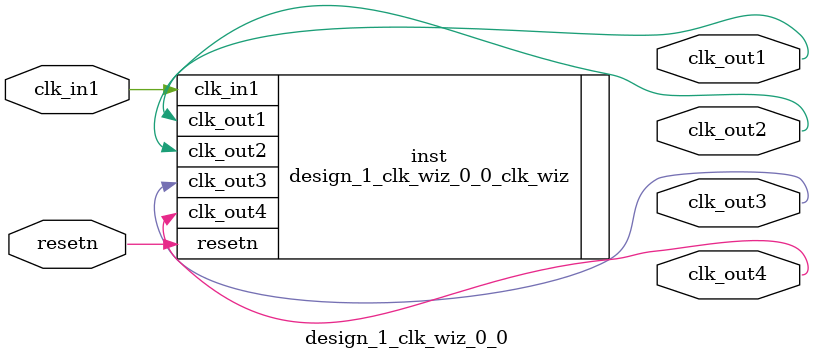
<source format=v>


`timescale 1ps/1ps

(* CORE_GENERATION_INFO = "design_1_clk_wiz_0_0,clk_wiz_v6_0_4_0_0,{component_name=design_1_clk_wiz_0_0,use_phase_alignment=true,use_min_o_jitter=false,use_max_i_jitter=false,use_dyn_phase_shift=false,use_inclk_switchover=false,use_dyn_reconfig=false,enable_axi=0,feedback_source=FDBK_AUTO,PRIMITIVE=MMCM,num_out_clk=4,clkin1_period=20.000,clkin2_period=10.0,use_power_down=false,use_reset=true,use_locked=false,use_inclk_stopped=false,feedback_type=SINGLE,CLOCK_MGR_TYPE=NA,manual_override=false}" *)

module design_1_clk_wiz_0_0 
 (
  // Clock out ports
  output        clk_out1,
  output        clk_out2,
  output        clk_out3,
  output        clk_out4,
  // Status and control signals
  input         resetn,
 // Clock in ports
  input         clk_in1
 );

  design_1_clk_wiz_0_0_clk_wiz inst
  (
  // Clock out ports  
  .clk_out1(clk_out1),
  .clk_out2(clk_out2),
  .clk_out3(clk_out3),
  .clk_out4(clk_out4),
  // Status and control signals               
  .resetn(resetn), 
 // Clock in ports
  .clk_in1(clk_in1)
  );

endmodule

</source>
